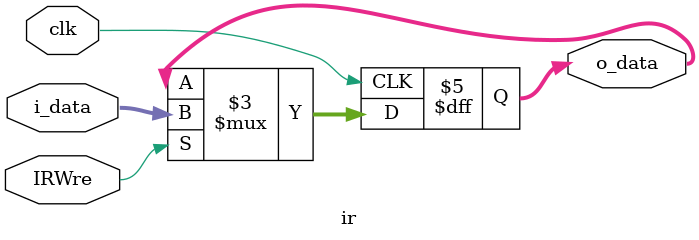
<source format=v>
module ir(
    input [31:0] i_data,
    input IRWre,
    input clk,
    output reg [31:0] o_data
);
always @(negedge clk) begin 
    if(IRWre) o_data = i_data;
end
endmodule
</source>
